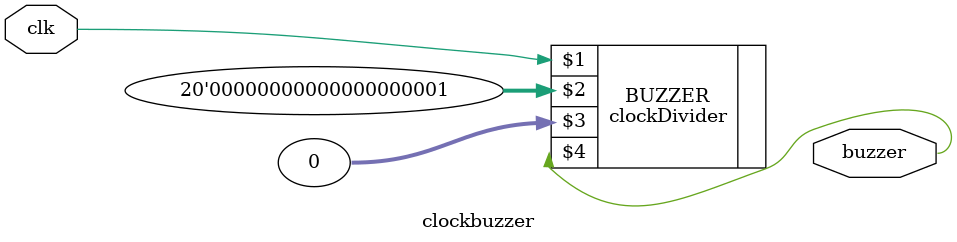
<source format=sv>
module clockbuzzer (
	input clk,
	output reg buzzer
	);
	
	clockDivider BUZZER(clk, 20'd1, 'b0, buzzer);
	
endmodule
</source>
